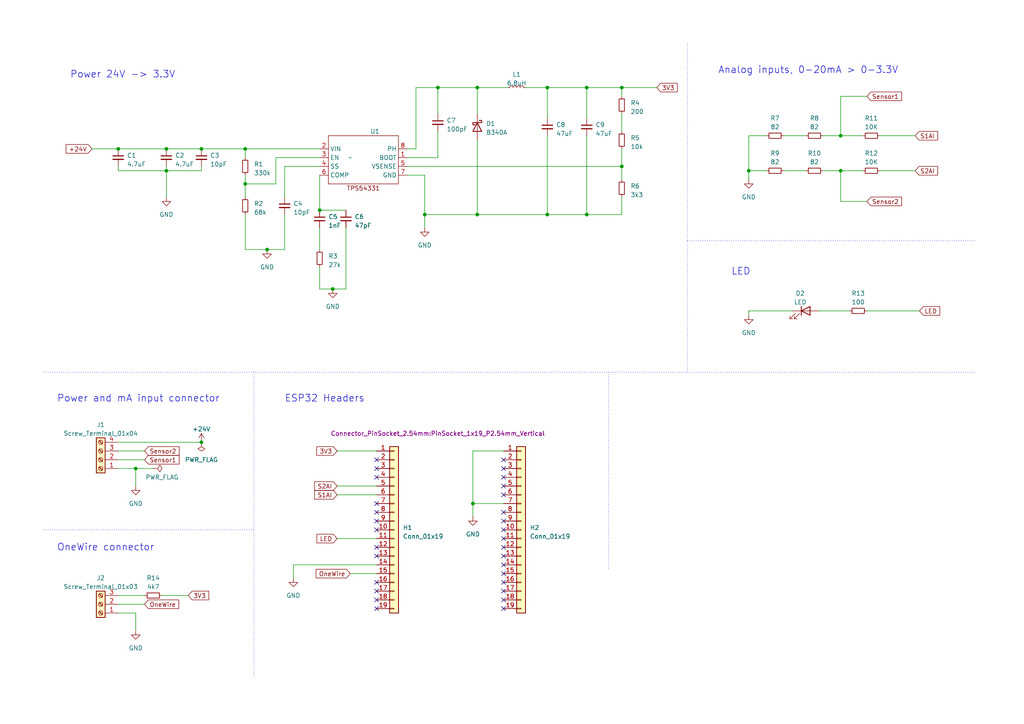
<source format=kicad_sch>
(kicad_sch (version 20230121) (generator eeschema)
  (paper "A4")
  (title_block (title "ESP32 adapter board"))
  (lib_symbols
    (symbol "Connector:Screw_Terminal_01x03" (pin_names (offset 1.016) hide)
      (property "Reference" "J" (at 0 5.08 0))
      (property "Value" "Screw_Terminal_01x03" (at 0 -5.08 0))
      (symbol "Screw_Terminal_01x03_1_1"
        (rectangle (start -1.27 3.81) (end 1.27 -3.81) (stroke (width 0.254)) (fill (type background)))
        (circle (center 0 -2.54) (radius 0.635) (stroke (width 0.1524)))
        (polyline (pts (xy -0.5334 -2.2098) (xy 0.3302 -3.048)) (stroke (width 0.1524)))
        (polyline (pts (xy -0.5334 0.3302) (xy 0.3302 -0.508)) (stroke (width 0.1524)))
        (polyline (pts (xy -0.5334 2.8702) (xy 0.3302 2.032)) (stroke (width 0.1524)))
        (polyline (pts (xy -0.3556 -2.032) (xy 0.508 -2.8702)) (stroke (width 0.1524)))
        (polyline (pts (xy -0.3556 0.508) (xy 0.508 -0.3302)) (stroke (width 0.1524)))
        (polyline (pts (xy -0.3556 3.048) (xy 0.508 2.2098)) (stroke (width 0.1524)))
        (circle (center 0 0) (radius 0.635) (stroke (width 0.1524)))
        (circle (center 0 2.54) (radius 0.635) (stroke (width 0.1524)))
        (pin passive line (at -5.08 2.54 0) (length 3.81) (name "Pin_1") (number "1"))
        (pin passive line (at -5.08 0 0) (length 3.81) (name "Pin_2") (number "2"))
        (pin passive line (at -5.08 -2.54 0) (length 3.81) (name "Pin_3") (number "3"))
      )
    )
    (symbol "Connector:Screw_Terminal_01x04" (pin_names (offset 1.016) hide)
      (property "Reference" "J" (at 0 5.08 0))
      (property "Value" "Screw_Terminal_01x04" (at 0 -7.62 0))
      (symbol "Screw_Terminal_01x04_1_1"
        (rectangle (start -1.27 3.81) (end 1.27 -6.35) (stroke (width 0.254)) (fill (type background)))
        (circle (center 0 -5.08) (radius 0.635) (stroke (width 0.1524)))
        (circle (center 0 -2.54) (radius 0.635) (stroke (width 0.1524)))
        (polyline (pts (xy -0.5334 -4.7498) (xy 0.3302 -5.588)) (stroke (width 0.1524)))
        (polyline (pts (xy -0.5334 -2.2098) (xy 0.3302 -3.048)) (stroke (width 0.1524)))
        (polyline (pts (xy -0.5334 0.3302) (xy 0.3302 -0.508)) (stroke (width 0.1524)))
        (polyline (pts (xy -0.5334 2.8702) (xy 0.3302 2.032)) (stroke (width 0.1524)))
        (polyline (pts (xy -0.3556 -4.572) (xy 0.508 -5.4102)) (stroke (width 0.1524)))
        (polyline (pts (xy -0.3556 -2.032) (xy 0.508 -2.8702)) (stroke (width 0.1524)))
        (polyline (pts (xy -0.3556 0.508) (xy 0.508 -0.3302)) (stroke (width 0.1524)))
        (polyline (pts (xy -0.3556 3.048) (xy 0.508 2.2098)) (stroke (width 0.1524)))
        (circle (center 0 0) (radius 0.635) (stroke (width 0.1524)))
        (circle (center 0 2.54) (radius 0.635) (stroke (width 0.1524)))
        (pin passive line (at -5.08 2.54 0) (length 3.81) (name "Pin_1") (number "1"))
        (pin passive line (at -5.08 0 0) (length 3.81) (name "Pin_2") (number "2"))
        (pin passive line (at -5.08 -2.54 0) (length 3.81) (name "Pin_3") (number "3"))
        (pin passive line (at -5.08 -5.08 0) (length 3.81) (name "Pin_4") (number "4"))
      )
    )
    (symbol "Connector_Generic:Conn_01x19" (pin_names (offset 1.016) hide)
      (property "Reference" "J" (at 0 25.4 0))
      (property "Value" "Conn_01x19" (at 0 -25.4 0))
      (symbol "Conn_01x19_1_1"
        (rectangle (start -1.27 -22.733) (end 0 -22.987) (stroke (width 0.1524)))
        (rectangle (start -1.27 -20.193) (end 0 -20.447) (stroke (width 0.1524)))
        (rectangle (start -1.27 -17.653) (end 0 -17.907) (stroke (width 0.1524)))
        (rectangle (start -1.27 -15.113) (end 0 -15.367) (stroke (width 0.1524)))
        (rectangle (start -1.27 -12.573) (end 0 -12.827) (stroke (width 0.1524)))
        (rectangle (start -1.27 -10.033) (end 0 -10.287) (stroke (width 0.1524)))
        (rectangle (start -1.27 -7.493) (end 0 -7.747) (stroke (width 0.1524)))
        (rectangle (start -1.27 -4.953) (end 0 -5.207) (stroke (width 0.1524)))
        (rectangle (start -1.27 -2.413) (end 0 -2.667) (stroke (width 0.1524)))
        (rectangle (start -1.27 0.127) (end 0 -0.127) (stroke (width 0.1524)))
        (rectangle (start -1.27 2.667) (end 0 2.413) (stroke (width 0.1524)))
        (rectangle (start -1.27 5.207) (end 0 4.953) (stroke (width 0.1524)))
        (rectangle (start -1.27 7.747) (end 0 7.493) (stroke (width 0.1524)))
        (rectangle (start -1.27 10.287) (end 0 10.033) (stroke (width 0.1524)))
        (rectangle (start -1.27 12.827) (end 0 12.573) (stroke (width 0.1524)))
        (rectangle (start -1.27 15.367) (end 0 15.113) (stroke (width 0.1524)))
        (rectangle (start -1.27 17.907) (end 0 17.653) (stroke (width 0.1524)))
        (rectangle (start -1.27 20.447) (end 0 20.193) (stroke (width 0.1524)))
        (rectangle (start -1.27 22.987) (end 0 22.733) (stroke (width 0.1524)))
        (rectangle (start -1.27 24.13) (end 1.27 -24.13) (stroke (width 0.254)) (fill (type background)))
        (pin passive line (at -5.08 22.86 0) (length 3.81) (name "Pin_1") (number "1"))
        (pin passive line (at -5.08 0 0) (length 3.81) (name "Pin_10") (number "10"))
        (pin passive line (at -5.08 -2.54 0) (length 3.81) (name "Pin_11") (number "11"))
        (pin passive line (at -5.08 -5.08 0) (length 3.81) (name "Pin_12") (number "12"))
        (pin passive line (at -5.08 -7.62 0) (length 3.81) (name "Pin_13") (number "13"))
        (pin passive line (at -5.08 -10.16 0) (length 3.81) (name "Pin_14") (number "14"))
        (pin passive line (at -5.08 -12.7 0) (length 3.81) (name "Pin_15") (number "15"))
        (pin passive line (at -5.08 -15.24 0) (length 3.81) (name "Pin_16") (number "16"))
        (pin passive line (at -5.08 -17.78 0) (length 3.81) (name "Pin_17") (number "17"))
        (pin passive line (at -5.08 -20.32 0) (length 3.81) (name "Pin_18") (number "18"))
        (pin passive line (at -5.08 -22.86 0) (length 3.81) (name "Pin_19") (number "19"))
        (pin passive line (at -5.08 20.32 0) (length 3.81) (name "Pin_2") (number "2"))
        (pin passive line (at -5.08 17.78 0) (length 3.81) (name "Pin_3") (number "3"))
        (pin passive line (at -5.08 15.24 0) (length 3.81) (name "Pin_4") (number "4"))
        (pin passive line (at -5.08 12.7 0) (length 3.81) (name "Pin_5") (number "5"))
        (pin passive line (at -5.08 10.16 0) (length 3.81) (name "Pin_6") (number "6"))
        (pin passive line (at -5.08 7.62 0) (length 3.81) (name "Pin_7") (number "7"))
        (pin passive line (at -5.08 5.08 0) (length 3.81) (name "Pin_8") (number "8"))
        (pin passive line (at -5.08 2.54 0) (length 3.81) (name "Pin_9") (number "9"))
      )
    )
    (symbol "Device:C_Small" (pin_numbers hide) (pin_names (offset 0.254) hide)
      (property "Reference" "C" (at 0.254 1.778 0))
      (property "Value" "C_Small" (at 0.254 -2.032 0))
      (symbol "C_Small_0_1"
        (polyline (pts (xy -1.524 -0.508) (xy 1.524 -0.508)) (stroke (width 0.3302)))
        (polyline (pts (xy -1.524 0.508) (xy 1.524 0.508)) (stroke (width 0.3048)))
      )
      (symbol "C_Small_1_1"
        (pin passive line (at 0 2.54 270) (length 2.032) (name "~") (number "1"))
        (pin passive line (at 0 -2.54 90) (length 2.032) (name "~") (number "2"))
      )
    )
    (symbol "Device:D_Schottky" (pin_numbers hide) (pin_names (offset 1.016) hide)
      (property "Reference" "D" (at 0 2.54 0))
      (property "Value" "D_Schottky" (at 0 -2.54 0))
      (symbol "D_Schottky_0_1"
        (polyline (pts (xy 1.27 0) (xy -1.27 0)))
        (polyline (pts (xy 1.27 1.27) (xy 1.27 -1.27) (xy -1.27 0) (xy 1.27 1.27)) (stroke (width 0.254)))
        (polyline (pts (xy -1.905 0.635) (xy -1.905 1.27) (xy -1.27 1.27) (xy -1.27 -1.27) (xy -0.635 -1.27) (xy -0.635 -0.635)) (stroke (width 0.254)))
      )
      (symbol "D_Schottky_1_1"
        (pin passive line (at -3.81 0 0) (length 2.54) (name "K") (number "1"))
        (pin passive line (at 3.81 0 180) (length 2.54) (name "A") (number "2"))
      )
    )
    (symbol "Device:LED" (pin_numbers hide) (pin_names (offset 1.016) hide)
      (property "Reference" "D" (at 0 2.54 0))
      (property "Value" "LED" (at 0 -2.54 0))
      (symbol "LED_0_1"
        (polyline (pts (xy -1.27 -1.27) (xy -1.27 1.27)) (stroke (width 0.254)))
        (polyline (pts (xy -1.27 0) (xy 1.27 0)))
        (polyline (pts (xy 1.27 -1.27) (xy 1.27 1.27) (xy -1.27 0) (xy 1.27 -1.27)) (stroke (width 0.254)))
        (polyline (pts (xy -3.048 -0.762) (xy -4.572 -2.286) (xy -3.81 -2.286) (xy -4.572 -2.286) (xy -4.572 -1.524)))
        (polyline (pts (xy -1.778 -0.762) (xy -3.302 -2.286) (xy -2.54 -2.286) (xy -3.302 -2.286) (xy -3.302 -1.524)))
      )
      (symbol "LED_1_1"
        (pin passive line (at -3.81 0 0) (length 2.54) (name "K") (number "1"))
        (pin passive line (at 3.81 0 180) (length 2.54) (name "A") (number "2"))
      )
    )
    (symbol "Device:L_Small" (pin_numbers hide) (pin_names (offset 0.254) hide)
      (property "Reference" "L" (at 0.762 1.016 0))
      (property "Value" "L_Small" (at 0.762 -1.016 0))
      (symbol "L_Small_0_1"
        (arc (start 0 -2.032) (mid 0.5058 -1.524) (end 0 -1.016))
        (arc (start 0 -1.016) (mid 0.5058 -0.508) (end 0 0))
        (arc (start 0 0) (mid 0.5058 0.508) (end 0 1.016))
        (arc (start 0 1.016) (mid 0.5058 1.524) (end 0 2.032))
      )
      (symbol "L_Small_1_1"
        (pin passive line (at 0 2.54 270) (length 0.508) (name "~") (number "1"))
        (pin passive line (at 0 -2.54 90) (length 0.508) (name "~") (number "2"))
      )
    )
    (symbol "Device:R_Small" (pin_numbers hide) (pin_names (offset 0.254) hide)
      (property "Reference" "R" (at 0.762 0.508 0))
      (property "Value" "R_Small" (at 0.762 -1.016 0))
      (symbol "R_Small_0_1"
        (rectangle (start -0.762 1.778) (end 0.762 -1.778) (stroke (width 0.2032)))
      )
      (symbol "R_Small_1_1"
        (pin passive line (at 0 2.54 270) (length 0.762) (name "~") (number "1"))
        (pin passive line (at 0 -2.54 90) (length 0.762) (name "~") (number "2"))
      )
    )
    (symbol "WFF:TPS54331DR"
      (property "Reference" "U" (at 0 7.62 0))
      (symbol "TPS54331DR_0_1"
        (rectangle (start -10.16 6.35) (end 10.16 -7.62))
      )
      (symbol "TPS54331DR_1_1"
        (text "TPS54331" (at 0 -8.89 0) (effects (font (size 1.27 1.27))))
        (pin input line (at 12.7 0 180) (length 2.54) (name "BOOT") (number "1"))
        (pin power_in line (at -12.7 2.54 0) (length 2.54) (name "VIN") (number "2"))
        (pin input line (at -12.7 0 0) (length 2.54) (name "EN") (number "3"))
        (pin input line (at -12.7 -2.54 0) (length 2.54) (name "SS") (number "4"))
        (pin input line (at 12.7 -2.54 180) (length 2.54) (name "VSENSE") (number "5"))
        (pin input line (at -12.7 -5.08 0) (length 2.54) (name "COMP") (number "6"))
        (pin power_in line (at 12.7 -5.08 180) (length 2.54) (name "GND") (number "7"))
        (pin power_out line (at 12.7 2.54 180) (length 2.54) (name "PH") (number "8"))
      )
    )
    (symbol "power:+24V" (power) (pin_names (offset 0))
      (property "Value" "+24V" (at 0 3.556 0))
      (symbol "+24V_0_1"
        (polyline (pts (xy -0.762 1.27) (xy 0 2.54)))
        (polyline (pts (xy 0 0) (xy 0 2.54)))
        (polyline (pts (xy 0 2.54) (xy 0.762 1.27)))
      )
      (symbol "+24V_1_1"
        (pin power_in line (at 0 0 90) (length 0) hide (name "+24V") (number "1"))
      )
    )
    (symbol "power:GND" (power) (pin_names (offset 0))
      (property "Value" "GND" (at 0 -3.81 0))
      (symbol "GND_0_1"
        (polyline (pts (xy 0 0) (xy 0 -1.27) (xy 1.27 -1.27) (xy 0 -2.54) (xy -1.27 -1.27) (xy 0 -1.27)))
      )
      (symbol "GND_1_1"
        (pin power_in line (at 0 0 270) (length 0) hide (name "GND") (number "1"))
      )
    )
    (symbol "power:PWR_FLAG" (power) (pin_numbers hide) (pin_names (offset 0) hide)
      (property "Value" "PWR_FLAG" (at 0 3.81 0))
      (symbol "PWR_FLAG_0_0"
        (pin power_out line (at 0 0 90) (length 0) (name "pwr") (number "1"))
      )
      (symbol "PWR_FLAG_0_1"
        (polyline (pts (xy 0 0) (xy 0 1.27) (xy -1.016 1.905) (xy 0 2.54) (xy 1.016 1.905) (xy 0 1.27)))
      )
    )
  )
  (junction (at 39.37 135.89))
  (junction (at 71.12 53.34))
  (junction (at 96.52 83.82))
  (junction (at 92.71 60.96))
  (junction (at 58.42 43.18))
  (junction (at 77.47 72.39))
  (junction (at 127 25.4))
  (junction (at 34.29 43.18))
  (junction (at 137.16 146.05))
  (junction (at 170.18 25.4))
  (junction (at 48.26 43.18))
  (junction (at 158.75 25.4))
  (junction (at 180.34 48.26))
  (junction (at 180.34 25.4))
  (junction (at 71.12 43.18))
  (junction (at 243.84 39.37))
  (junction (at 158.75 62.23))
  (junction (at 138.43 25.4))
  (junction (at 217.17 49.53))
  (junction (at 243.84 49.53))
  (junction (at 48.26 49.53))
  (junction (at 170.18 62.23))
  (junction (at 58.42 128.27))
  (junction (at 138.43 62.23))
  (junction (at 123.19 62.23))
  (no_connect (at 109.22 138.43))
  (no_connect (at 146.05 151.13))
  (no_connect (at 146.05 153.67))
  (no_connect (at 109.22 168.91))
  (no_connect (at 146.05 140.97))
  (no_connect (at 146.05 138.43))
  (no_connect (at 146.05 163.83))
  (no_connect (at 146.05 161.29))
  (no_connect (at 109.22 151.13))
  (no_connect (at 109.22 146.05))
  (no_connect (at 146.05 143.51))
  (no_connect (at 146.05 133.35))
  (no_connect (at 109.22 176.53))
  (no_connect (at 109.22 148.59))
  (no_connect (at 146.05 148.59))
  (no_connect (at 109.22 133.35))
  (no_connect (at 109.22 158.75))
  (no_connect (at 109.22 153.67))
  (no_connect (at 146.05 171.45))
  (no_connect (at 146.05 156.21))
  (no_connect (at 109.22 161.29))
  (no_connect (at 109.22 173.99))
  (no_connect (at 146.05 135.89))
  (no_connect (at 146.05 158.75))
  (no_connect (at 146.05 176.53))
  (no_connect (at 146.05 173.99))
  (no_connect (at 109.22 135.89))
  (no_connect (at 109.22 171.45))
  (no_connect (at 146.05 166.37))
  (no_connect (at 146.05 168.91))
  (polyline (pts (xy 12.7 107.95) (xy 199.39 107.95)) (stroke (width 0) (type dot)))
  (wire (pts (xy 120.65 43.18) (xy 120.65 25.4)))
  (wire (pts (xy 222.25 39.37) (xy 217.17 39.37)))
  (wire (pts (xy 26.67 43.18) (xy 34.29 43.18)))
  (wire (pts (xy 137.16 146.05) (xy 137.16 130.81)))
  (wire (pts (xy 97.79 140.97) (xy 109.22 140.97)))
  (wire (pts (xy 170.18 25.4) (xy 180.34 25.4)))
  (wire (pts (xy 123.19 62.23) (xy 138.43 62.23)))
  (wire (pts (xy 39.37 140.97) (xy 39.37 135.89)))
  (wire (pts (xy 152.4 25.4) (xy 158.75 25.4)))
  (wire (pts (xy 180.34 27.94) (xy 180.34 25.4)))
  (wire (pts (xy 243.84 39.37) (xy 250.19 39.37)))
  (wire (pts (xy 34.29 133.35) (xy 41.91 133.35)))
  (wire (pts (xy 44.45 135.89) (xy 39.37 135.89)))
  (wire (pts (xy 34.29 172.72) (xy 41.91 172.72)))
  (wire (pts (xy 34.29 49.53) (xy 34.29 48.26)))
  (wire (pts (xy 97.79 156.21) (xy 109.22 156.21)))
  (wire (pts (xy 80.01 53.34) (xy 80.01 45.72)))
  (wire (pts (xy 170.18 39.37) (xy 170.18 62.23)))
  (wire (pts (xy 170.18 34.29) (xy 170.18 25.4)))
  (wire (pts (xy 170.18 62.23) (xy 180.34 62.23)))
  (wire (pts (xy 138.43 62.23) (xy 158.75 62.23)))
  (wire (pts (xy 92.71 66.04) (xy 92.71 72.39)))
  (wire (pts (xy 71.12 43.18) (xy 58.42 43.18)))
  (wire (pts (xy 39.37 182.88) (xy 39.37 177.8)))
  (wire (pts (xy 92.71 50.8) (xy 92.71 60.96)))
  (wire (pts (xy 34.29 135.89) (xy 39.37 135.89)))
  (wire (pts (xy 80.01 45.72) (xy 92.71 45.72)))
  (wire (pts (xy 71.12 43.18) (xy 92.71 43.18)))
  (wire (pts (xy 251.46 58.42) (xy 243.84 58.42)))
  (wire (pts (xy 243.84 27.94) (xy 243.84 39.37)))
  (wire (pts (xy 118.11 50.8) (xy 123.19 50.8)))
  (wire (pts (xy 180.34 48.26) (xy 180.34 52.07)))
  (wire (pts (xy 138.43 62.23) (xy 138.43 40.64)))
  (wire (pts (xy 137.16 130.81) (xy 146.05 130.81)))
  (wire (pts (xy 34.29 177.8) (xy 39.37 177.8)))
  (wire (pts (xy 243.84 49.53) (xy 243.84 58.42)))
  (wire (pts (xy 97.79 130.81) (xy 109.22 130.81)))
  (wire (pts (xy 85.09 163.83) (xy 109.22 163.83)))
  (wire (pts (xy 82.55 48.26) (xy 92.71 48.26)))
  (wire (pts (xy 137.16 146.05) (xy 146.05 146.05)))
  (wire (pts (xy 138.43 25.4) (xy 138.43 33.02)))
  (wire (pts (xy 71.12 72.39) (xy 77.47 72.39)))
  (wire (pts (xy 127 45.72) (xy 127 38.1)))
  (wire (pts (xy 251.46 90.17) (xy 266.7 90.17)))
  (wire (pts (xy 251.46 27.94) (xy 243.84 27.94)))
  (wire (pts (xy 71.12 50.8) (xy 71.12 53.34)))
  (wire (pts (xy 180.34 43.18) (xy 180.34 48.26)))
  (wire (pts (xy 127 25.4) (xy 138.43 25.4)))
  (wire (pts (xy 100.33 83.82) (xy 96.52 83.82)))
  (wire (pts (xy 137.16 149.86) (xy 137.16 146.05)))
  (wire (pts (xy 34.29 130.81) (xy 41.91 130.81)))
  (polyline (pts (xy 199.39 12.7) (xy 199.39 107.95)) (stroke (width 0) (type dot)))
  (wire (pts (xy 158.75 25.4) (xy 158.75 34.29)))
  (wire (pts (xy 101.6 166.37) (xy 109.22 166.37)))
  (wire (pts (xy 82.55 62.23) (xy 82.55 72.39)))
  (wire (pts (xy 222.25 49.53) (xy 217.17 49.53)))
  (wire (pts (xy 34.29 175.26) (xy 41.91 175.26)))
  (wire (pts (xy 217.17 90.17) (xy 217.17 91.44)))
  (wire (pts (xy 92.71 83.82) (xy 92.71 77.47)))
  (wire (pts (xy 227.33 49.53) (xy 233.68 49.53)))
  (wire (pts (xy 158.75 62.23) (xy 170.18 62.23)))
  (wire (pts (xy 118.11 48.26) (xy 180.34 48.26)))
  (wire (pts (xy 71.12 45.72) (xy 71.12 43.18)))
  (wire (pts (xy 138.43 25.4) (xy 147.32 25.4)))
  (wire (pts (xy 180.34 57.15) (xy 180.34 62.23)))
  (wire (pts (xy 100.33 66.04) (xy 100.33 83.82)))
  (wire (pts (xy 58.42 48.26) (xy 58.42 49.53)))
  (wire (pts (xy 48.26 49.53) (xy 34.29 49.53)))
  (wire (pts (xy 243.84 49.53) (xy 250.19 49.53)))
  (wire (pts (xy 238.76 49.53) (xy 243.84 49.53)))
  (wire (pts (xy 48.26 43.18) (xy 58.42 43.18)))
  (wire (pts (xy 34.29 43.18) (xy 48.26 43.18)))
  (wire (pts (xy 238.76 39.37) (xy 243.84 39.37)))
  (wire (pts (xy 180.34 25.4) (xy 190.5 25.4)))
  (wire (pts (xy 227.33 39.37) (xy 233.68 39.37)))
  (wire (pts (xy 34.29 128.27) (xy 58.42 128.27)))
  (wire (pts (xy 48.26 49.53) (xy 48.26 57.15)))
  (polyline (pts (xy 199.39 69.85) (xy 283.21 69.85)) (stroke (width 0) (type dot)))
  (wire (pts (xy 237.49 90.17) (xy 246.38 90.17)))
  (wire (pts (xy 255.27 49.53) (xy 265.43 49.53)))
  (wire (pts (xy 97.79 143.51) (xy 109.22 143.51)))
  (wire (pts (xy 48.26 49.53) (xy 48.26 48.26)))
  (wire (pts (xy 58.42 49.53) (xy 48.26 49.53)))
  (polyline (pts (xy 176.53 107.95) (xy 176.53 165.1)) (stroke (width 0) (type dot)))
  (wire (pts (xy 255.27 39.37) (xy 265.43 39.37)))
  (wire (pts (xy 158.75 25.4) (xy 170.18 25.4)))
  (wire (pts (xy 217.17 39.37) (xy 217.17 49.53)))
  (wire (pts (xy 118.11 45.72) (xy 127 45.72)))
  (polyline (pts (xy 199.39 107.95) (xy 283.21 107.95)) (stroke (width 0) (type dot)))
  (wire (pts (xy 158.75 39.37) (xy 158.75 62.23)))
  (polyline (pts (xy 12.7 153.67) (xy 73.66 153.67)) (stroke (width 0) (type dot)))
  (wire (pts (xy 46.99 172.72) (xy 54.61 172.72)))
  (wire (pts (xy 71.12 53.34) (xy 71.12 57.15)))
  (wire (pts (xy 127 25.4) (xy 120.65 25.4)))
  (wire (pts (xy 127 25.4) (xy 127 33.02)))
  (wire (pts (xy 217.17 49.53) (xy 217.17 52.07)))
  (wire (pts (xy 71.12 72.39) (xy 71.12 62.23)))
  (wire (pts (xy 96.52 83.82) (xy 92.71 83.82)))
  (wire (pts (xy 85.09 167.64) (xy 85.09 163.83)))
  (wire (pts (xy 71.12 53.34) (xy 80.01 53.34)))
  (wire (pts (xy 82.55 72.39) (xy 77.47 72.39)))
  (polyline (pts (xy 73.66 107.95) (xy 73.66 196.85)) (stroke (width 0) (type dot)))
  (wire (pts (xy 229.87 90.17) (xy 217.17 90.17)))
  (wire (pts (xy 180.34 33.02) (xy 180.34 38.1)))
  (wire (pts (xy 82.55 48.26) (xy 82.55 57.15)))
  (wire (pts (xy 123.19 50.8) (xy 123.19 62.23)))
  (wire (pts (xy 92.71 60.96) (xy 100.33 60.96)))
  (wire (pts (xy 123.19 62.23) (xy 123.19 66.04)))
  (wire (pts (xy 118.11 43.18) (xy 120.65 43.18)))
  (text "Analog inputs, 0-20mA > 0-3.3V" (at 208.28 21.59 0) (effects (font (size 2 2)) (justify left bottom)))
  (text "ESP32 Headers" (at 82.55 116.84 0) (effects (font (size 2 2)) (justify left bottom)))
  (text "Power and mA input connector" (at 16.51 116.84 0) (effects (font (size 2 2)) (justify left bottom)))
  (text "OneWire connector" (at 16.51 160.02 0) (effects (font (size 2 2)) (justify left bottom)))
  (text "LED" (at 212.09 80.01 0) (effects (font (size 2 2)) (justify left bottom)))
  (text "Power 24V -> 3.3V" (at 20.32 22.86 0) (effects (font (size 2 2)) (justify left bottom)))
  (global_label "+24V" (shape input) (at 26.67 43.18 180) (property "Intersheetrefs" "${INTERSHEET_REFS}" (effects hide)))
  (global_label "3V3" (shape input) (at 97.79 130.81 180) (property "Intersheetrefs" "${INTERSHEET_REFS}" (effects hide)))
  (global_label "S1AI" (shape input) (at 265.43 39.37 0) (property "Intersheetrefs" "${INTERSHEET_REFS}" (effects hide)))
  (global_label "Sensor2" (shape input) (at 41.91 130.81 0) (property "Intersheetrefs" "${INTERSHEET_REFS}" (effects hide)))
  (global_label "S1AI" (shape input) (at 97.79 143.51 180) (property "Intersheetrefs" "${INTERSHEET_REFS}" (effects hide)))
  (global_label "LED" (shape input) (at 97.79 156.21 180) (property "Intersheetrefs" "${INTERSHEET_REFS}" (effects hide)))
  (global_label "OneWire" (shape input) (at 101.6 166.37 180) (property "Intersheetrefs" "${INTERSHEET_REFS}" (effects hide)))
  (global_label "OneWire" (shape input) (at 41.91 175.26 0) (property "Intersheetrefs" "${INTERSHEET_REFS}" (effects hide)))
  (global_label "S2AI" (shape input) (at 97.79 140.97 180) (property "Intersheetrefs" "${INTERSHEET_REFS}" (effects hide)))
  (global_label "Sensor1" (shape input) (at 251.46 27.94 0) (property "Intersheetrefs" "${INTERSHEET_REFS}" (effects hide)))
  (global_label "S2AI" (shape input) (at 265.43 49.53 0) (property "Intersheetrefs" "${INTERSHEET_REFS}" (effects hide)))
  (global_label "LED" (shape input) (at 266.7 90.17 0) (property "Intersheetrefs" "${INTERSHEET_REFS}" (effects hide)))
  (global_label "3V3" (shape input) (at 190.5 25.4 0) (property "Intersheetrefs" "${INTERSHEET_REFS}" (effects hide)))
  (global_label "3V3" (shape input) (at 54.61 172.72 0) (property "Intersheetrefs" "${INTERSHEET_REFS}" (effects hide)))
  (global_label "Sensor2" (shape input) (at 251.46 58.42 0) (property "Intersheetrefs" "${INTERSHEET_REFS}" (effects hide)))
  (global_label "Sensor1" (shape input) (at 41.91 133.35 0) (property "Intersheetrefs" "${INTERSHEET_REFS}" (effects hide)))
  (symbol (lib_id "power:GND") (at 96.52 83.82 0) (unit 1)
    (property "Reference" "#PWR08" (effects hide))
    (property "Value" "GND" (at 96.52 88.9 0))
  )
  (symbol (lib_id "Connector:Screw_Terminal_01x04") (at 29.21 133.35 180) (unit 1)
    (property "Reference" "J1" (at 29.21 123.19 0))
    (property "Value" "Screw_Terminal_01x04" (at 29.21 125.73 0))
    (property "Footprint" "TerminalBlock_Phoenix:TerminalBlock_Phoenix_MKDS-1,5-4_1x04_P5.00mm_Horizontal" (effects hide))
  )
  (symbol (lib_id "Device:R_Small") (at 248.92 90.17 90) (unit 1)
    (property "Reference" "R13" (at 248.92 85.09 90))
    (property "Value" "100" (at 248.92 87.63 90))
    (property "Footprint" "Resistor_SMD:R_0603_1608Metric" (effects hide))
  )
  (symbol (lib_id "Device:R_Small") (at 252.73 39.37 90) (unit 1)
    (property "Reference" "R11" (at 252.73 34.29 90))
    (property "Value" "10K" (at 252.73 36.83 90))
    (property "Footprint" "Resistor_SMD:R_0603_1608Metric" (effects hide))
  )
  (symbol (lib_id "Device:C_Small") (at 34.29 45.72 0) (unit 1)
    (property "Reference" "C1" (at 36.83 45.0913 0) (effects (justify left)))
    (property "Value" "4.7uF" (at 36.83 47.6313 0) (effects (justify left)))
    (property "Footprint" "Capacitor_SMD:C_0603_1608Metric" (effects hide))
  )
  (symbol (lib_id "WFF:TPS54331DR") (at 105.41 45.72 0) (unit 1)
    (property "Reference" "U1" (at 107.3659 38.1 0) (effects (justify left)))
    (property "Value" "~" (at 101.6 45.72 0))
    (property "Footprint" "WFF:TPS54331DR SOIC-8" (effects hide))
  )
  (symbol (lib_id "Device:R_Small") (at 180.34 54.61 0) (unit 1)
    (property "Reference" "R6" (at 182.88 53.975 0) (effects (justify left)))
    (property "Value" "3k3" (at 182.88 56.515 0) (effects (justify left)))
    (property "Footprint" "Resistor_SMD:R_0603_1608Metric" (effects hide))
  )
  (symbol (lib_id "power:GND") (at 85.09 167.64 0) (unit 1)
    (property "Reference" "#PWR02" (effects hide))
    (property "Value" "GND" (at 85.09 172.72 0))
  )
  (symbol (lib_id "Device:R_Small") (at 180.34 40.64 0) (unit 1)
    (property "Reference" "R5" (at 182.88 40.005 0) (effects (justify left)))
    (property "Value" "10k" (at 182.88 42.545 0) (effects (justify left)))
    (property "Footprint" "Resistor_SMD:R_0603_1608Metric" (effects hide))
  )
  (symbol (lib_id "Connector_Generic:Conn_01x19") (at 114.3 153.67 0) (unit 1)
    (property "Reference" "H1" (at 116.84 153.035 0) (effects (justify left)))
    (property "Value" "Conn_01x19" (at 116.84 155.575 0) (effects (justify left)))
    (property "Footprint" "Connector_PinSocket_2.54mm:PinSocket_1x19_P2.54mm_Vertical" (at 127 125.73 0))
  )
  (symbol (lib_id "Device:R_Small") (at 92.71 74.93 0) (unit 1)
    (property "Reference" "R3" (at 95.25 74.295 0) (effects (justify left)))
    (property "Value" "27k" (at 95.25 76.835 0) (effects (justify left)))
    (property "Footprint" "Resistor_SMD:R_0603_1608Metric" (effects hide))
  )
  (symbol (lib_id "power:GND") (at 137.16 149.86 0) (unit 1)
    (property "Reference" "#PWR03" (effects hide))
    (property "Value" "GND" (at 137.16 154.94 0))
  )
  (symbol (lib_id "Device:C_Small") (at 100.33 63.5 0) (unit 1)
    (property "Reference" "C6" (at 102.87 62.8713 0) (effects (justify left)))
    (property "Value" "47pF" (at 102.87 65.4113 0) (effects (justify left)))
    (property "Footprint" "Capacitor_SMD:C_0603_1608Metric" (effects hide))
  )
  (symbol (lib_id "Device:C_Small") (at 170.18 36.83 0) (unit 1)
    (property "Reference" "C9" (at 172.72 36.2013 0) (effects (justify left)))
    (property "Value" "47uF" (at 172.72 38.7413 0) (effects (justify left)))
    (property "Footprint" "Capacitor_SMD:C_0603_1608Metric" (effects hide))
  )
  (symbol (lib_id "Connector_Generic:Conn_01x19") (at 151.13 153.67 0) (unit 1)
    (property "Reference" "H2" (at 153.67 153.035 0) (effects (justify left)))
    (property "Value" "Conn_01x19" (at 153.67 155.575 0) (effects (justify left)))
    (property "Footprint" "Connector_PinSocket_2.54mm:PinSocket_1x19_P2.54mm_Vertical" (effects hide))
  )
  (symbol (lib_id "Device:R_Small") (at 236.22 39.37 90) (unit 1)
    (property "Reference" "R8" (at 236.22 34.29 90))
    (property "Value" "82" (at 236.22 36.83 90))
    (property "Footprint" "Resistor_SMD:R_0603_1608Metric" (effects hide))
  )
  (symbol (lib_id "Device:LED") (at 233.68 90.17 0) (unit 1)
    (property "Reference" "D2" (at 232.0925 85.09 0))
    (property "Value" "LED" (at 232.0925 87.63 0))
    (property "Footprint" "LED_SMD:LED_0603_1608Metric" (effects hide))
  )
  (symbol (lib_id "power:GND") (at 217.17 52.07 0) (unit 1)
    (property "Reference" "#PWR010" (effects hide))
    (property "Value" "GND" (at 217.17 57.15 0))
  )
  (symbol (lib_id "Device:R_Small") (at 252.73 49.53 90) (unit 1)
    (property "Reference" "R12" (at 252.73 44.45 90))
    (property "Value" "10K" (at 252.73 46.99 90))
    (property "Footprint" "Resistor_SMD:R_0603_1608Metric" (effects hide))
  )
  (symbol (lib_id "Connector:Screw_Terminal_01x03") (at 29.21 175.26 180) (unit 1)
    (property "Reference" "J2" (at 29.21 167.64 0))
    (property "Value" "Screw_Terminal_01x03" (at 29.21 170.18 0))
    (property "Footprint" "TerminalBlock_Phoenix:TerminalBlock_Phoenix_MKDS-1,5-3_1x03_P5.00mm_Horizontal" (effects hide))
  )
  (symbol (lib_id "Device:C_Small") (at 92.71 63.5 0) (unit 1)
    (property "Reference" "C5" (at 95.25 62.8713 0) (effects (justify left)))
    (property "Value" "1nF" (at 95.25 65.4113 0) (effects (justify left)))
    (property "Footprint" "Capacitor_SMD:C_0603_1608Metric" (effects hide))
  )
  (symbol (lib_id "power:GND") (at 39.37 182.88 0) (unit 1)
    (property "Reference" "#PWR09" (effects hide))
    (property "Value" "GND" (at 39.37 187.96 0))
  )
  (symbol (lib_id "power:GND") (at 217.17 91.44 0) (unit 1)
    (property "Reference" "#PWR011" (effects hide))
    (property "Value" "GND" (at 217.17 96.52 0))
  )
  (symbol (lib_id "power:GND") (at 39.37 140.97 0) (unit 1)
    (property "Reference" "#PWR01" (effects hide))
    (property "Value" "GND" (at 39.37 146.05 0))
  )
  (symbol (lib_id "power:GND") (at 77.47 72.39 0) (unit 1)
    (property "Reference" "#PWR06" (effects hide))
    (property "Value" "GND" (at 77.47 77.47 0))
  )
  (symbol (lib_id "power:+24V") (at 58.42 128.27 0) (unit 1)
    (property "Reference" "#PWR04" (effects hide))
    (property "Value" "+24V" (at 58.42 124.46 0))
  )
  (symbol (lib_id "Device:R_Small") (at 71.12 59.69 0) (unit 1)
    (property "Reference" "R2" (at 73.66 59.055 0) (effects (justify left)))
    (property "Value" "68k" (at 73.66 61.595 0) (effects (justify left)))
    (property "Footprint" "Resistor_SMD:R_0603_1608Metric" (effects hide))
  )
  (symbol (lib_id "Device:R_Small") (at 180.34 30.48 0) (unit 1)
    (property "Reference" "R4" (at 182.88 29.845 0) (effects (justify left)))
    (property "Value" "200" (at 182.88 32.385 0) (effects (justify left)))
    (property "Footprint" "Resistor_SMD:R_0603_1608Metric" (effects hide))
  )
  (symbol (lib_id "Device:R_Small") (at 44.45 172.72 90) (unit 1)
    (property "Reference" "R14" (at 44.45 167.64 90))
    (property "Value" "4k7" (at 44.45 170.18 90))
    (property "Footprint" "Resistor_SMD:R_0603_1608Metric" (effects hide))
  )
  (symbol (lib_id "power:PWR_FLAG") (at 44.45 135.89 270) (unit 1)
    (property "Reference" "#FLG02" (effects hide))
    (property "Value" "PWR_FLAG" (at 46.99 138.43 90))
  )
  (symbol (lib_id "Device:C_Small") (at 127 35.56 0) (unit 1)
    (property "Reference" "C7" (at 129.54 34.9313 0) (effects (justify left)))
    (property "Value" "100pF" (at 129.54 37.4713 0) (effects (justify left)))
    (property "Footprint" "Capacitor_SMD:C_0603_1608Metric" (effects hide))
  )
  (symbol (lib_id "Device:C_Small") (at 158.75 36.83 0) (unit 1)
    (property "Reference" "C8" (at 161.2961 36.2013 0) (effects (justify left)))
    (property "Value" "47uF" (at 161.2961 38.7413 0) (effects (justify left)))
    (property "Footprint" "Capacitor_SMD:C_0603_1608Metric" (effects hide))
  )
  (symbol (lib_id "power:PWR_FLAG") (at 58.42 128.27 180) (unit 1)
    (property "Reference" "#FLG01" (effects hide))
    (property "Value" "PWR_FLAG" (at 58.42 133.35 0))
  )
  (symbol (lib_id "Device:C_Small") (at 48.26 45.72 0) (unit 1)
    (property "Reference" "C2" (at 50.8 45.0913 0) (effects (justify left)))
    (property "Value" "4.7uF" (at 50.8 47.6313 0) (effects (justify left)))
    (property "Footprint" "Capacitor_SMD:C_0603_1608Metric" (effects hide))
  )
  (symbol (lib_id "Device:D_Schottky") (at 138.43 36.83 270) (unit 1)
    (property "Reference" "D1" (at 140.97 35.8775 90) (effects (justify left)))
    (property "Value" "B340A" (at 140.97 38.4175 90) (effects (justify left)))
    (property "Footprint" "Diode_SMD:D_SMA" (effects hide))
  )
  (symbol (lib_id "Device:C_Small") (at 82.55 59.69 0) (unit 1)
    (property "Reference" "C4" (at 85.09 59.0613 0) (effects (justify left)))
    (property "Value" "10pF" (at 85.09 61.6013 0) (effects (justify left)))
    (property "Footprint" "Capacitor_SMD:C_0603_1608Metric" (effects hide))
  )
  (symbol (lib_id "power:GND") (at 123.19 66.04 0) (unit 1)
    (property "Reference" "#PWR07" (effects hide))
    (property "Value" "GND" (at 123.19 71.12 0))
  )
  (symbol (lib_id "Device:R_Small") (at 224.79 39.37 90) (unit 1)
    (property "Reference" "R7" (at 224.79 34.29 90))
    (property "Value" "82" (at 224.79 36.83 90))
    (property "Footprint" "Resistor_SMD:R_0603_1608Metric" (effects hide))
  )
  (symbol (lib_id "Device:R_Small") (at 71.12 48.26 0) (unit 1)
    (property "Reference" "R1" (at 73.66 47.625 0) (effects (justify left)))
    (property "Value" "330k" (at 73.66 50.165 0) (effects (justify left)))
    (property "Footprint" "Resistor_SMD:R_0603_1608Metric" (effects hide))
  )
  (symbol (lib_id "Device:C_Small") (at 58.42 45.72 0) (unit 1)
    (property "Reference" "C3" (at 60.96 45.0913 0) (effects (justify left)))
    (property "Value" "10pF" (at 60.96 47.6313 0) (effects (justify left)))
    (property "Footprint" "Capacitor_SMD:C_0603_1608Metric" (effects hide))
  )
  (symbol (lib_id "power:GND") (at 48.26 57.15 0) (unit 1)
    (property "Reference" "#PWR05" (effects hide))
    (property "Value" "GND" (at 48.26 62.23 0))
  )
  (symbol (lib_id "Device:R_Small") (at 236.22 49.53 90) (unit 1)
    (property "Reference" "R10" (at 236.22 44.45 90))
    (property "Value" "82" (at 236.22 46.99 90))
    (property "Footprint" "Resistor_SMD:R_0603_1608Metric" (effects hide))
  )
  (symbol (lib_id "Device:L_Small") (at 149.86 25.4 90) (unit 1)
    (property "Reference" "L1" (at 149.86 21.59 90))
    (property "Value" "6.8uH" (at 149.86 24.13 90))
    (property "Footprint" "Inductor_SMD:L_6.3x6.3_H3" (effects hide))
  )
  (symbol (lib_id "Device:R_Small") (at 224.79 49.53 90) (unit 1)
    (property "Reference" "R9" (at 224.79 44.45 90))
    (property "Value" "82" (at 224.79 46.99 90))
    (property "Footprint" "Resistor_SMD:R_0603_1608Metric" (effects hide))
  )
)
</source>
